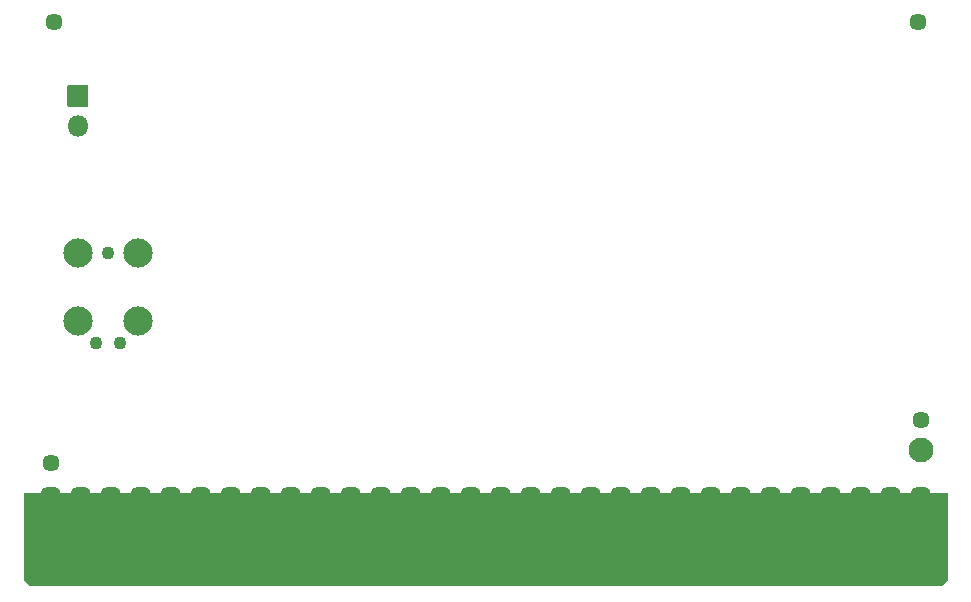
<source format=gbs>
G04 #@! TF.GenerationSoftware,KiCad,Pcbnew,(5.1.10-1-10_14)*
G04 #@! TF.CreationDate,2021-06-01T03:32:12-04:00*
G04 #@! TF.ProjectId,RAM2E,52414d32-452e-46b6-9963-61645f706362,2.0*
G04 #@! TF.SameCoordinates,Original*
G04 #@! TF.FileFunction,Soldermask,Bot*
G04 #@! TF.FilePolarity,Negative*
%FSLAX46Y46*%
G04 Gerber Fmt 4.6, Leading zero omitted, Abs format (unit mm)*
G04 Created by KiCad (PCBNEW (5.1.10-1-10_14)) date 2021-06-01 03:32:12*
%MOMM*%
%LPD*%
G01*
G04 APERTURE LIST*
%ADD10C,0.100000*%
%ADD11O,1.800000X1.800000*%
%ADD12C,1.090600*%
%ADD13C,2.474900*%
%ADD14C,2.100000*%
%ADD15C,1.448000*%
G04 APERTURE END LIST*
D10*
G36*
X276606000Y-139446000D02*
G01*
X276098000Y-139954000D01*
X198882000Y-139954000D01*
X198374000Y-139446000D01*
X198374000Y-132080000D01*
X276606000Y-132080000D01*
X276606000Y-139446000D01*
G37*
G36*
X276606000Y-139446000D02*
G01*
X276098000Y-139954000D01*
X198882000Y-139954000D01*
X198374000Y-139446000D01*
X198374000Y-132080000D01*
X276606000Y-132080000D01*
X276606000Y-139446000D01*
G37*
D11*
X202946000Y-100965000D03*
G36*
G01*
X202046000Y-99275000D02*
X202046000Y-97575000D01*
G75*
G02*
X202096000Y-97525000I50000J0D01*
G01*
X203796000Y-97525000D01*
G75*
G02*
X203846000Y-97575000I0J-50000D01*
G01*
X203846000Y-99275000D01*
G75*
G02*
X203796000Y-99325000I-50000J0D01*
G01*
X202096000Y-99325000D01*
G75*
G02*
X202046000Y-99275000I0J50000D01*
G01*
G37*
D12*
X206502000Y-119380000D03*
X204470000Y-119380000D03*
X205486000Y-111760000D03*
D13*
X208026000Y-111760000D03*
X202946000Y-111760000D03*
X202946000Y-117475000D03*
X208026000Y-117475000D03*
D14*
X274320000Y-128397000D03*
G36*
G01*
X201472000Y-131968000D02*
X201472000Y-138596000D01*
G75*
G02*
X201066000Y-139002000I-406000J0D01*
G01*
X200254000Y-139002000D01*
G75*
G02*
X199848000Y-138596000I0J406000D01*
G01*
X199848000Y-131968000D01*
G75*
G02*
X200254000Y-131562000I406000J0D01*
G01*
X201066000Y-131562000D01*
G75*
G02*
X201472000Y-131968000I0J-406000D01*
G01*
G37*
G36*
G01*
X204012000Y-131968000D02*
X204012000Y-138596000D01*
G75*
G02*
X203606000Y-139002000I-406000J0D01*
G01*
X202794000Y-139002000D01*
G75*
G02*
X202388000Y-138596000I0J406000D01*
G01*
X202388000Y-131968000D01*
G75*
G02*
X202794000Y-131562000I406000J0D01*
G01*
X203606000Y-131562000D01*
G75*
G02*
X204012000Y-131968000I0J-406000D01*
G01*
G37*
G36*
G01*
X206552000Y-131968000D02*
X206552000Y-138596000D01*
G75*
G02*
X206146000Y-139002000I-406000J0D01*
G01*
X205334000Y-139002000D01*
G75*
G02*
X204928000Y-138596000I0J406000D01*
G01*
X204928000Y-131968000D01*
G75*
G02*
X205334000Y-131562000I406000J0D01*
G01*
X206146000Y-131562000D01*
G75*
G02*
X206552000Y-131968000I0J-406000D01*
G01*
G37*
G36*
G01*
X209092000Y-131968000D02*
X209092000Y-138596000D01*
G75*
G02*
X208686000Y-139002000I-406000J0D01*
G01*
X207874000Y-139002000D01*
G75*
G02*
X207468000Y-138596000I0J406000D01*
G01*
X207468000Y-131968000D01*
G75*
G02*
X207874000Y-131562000I406000J0D01*
G01*
X208686000Y-131562000D01*
G75*
G02*
X209092000Y-131968000I0J-406000D01*
G01*
G37*
G36*
G01*
X211632000Y-131968000D02*
X211632000Y-138596000D01*
G75*
G02*
X211226000Y-139002000I-406000J0D01*
G01*
X210414000Y-139002000D01*
G75*
G02*
X210008000Y-138596000I0J406000D01*
G01*
X210008000Y-131968000D01*
G75*
G02*
X210414000Y-131562000I406000J0D01*
G01*
X211226000Y-131562000D01*
G75*
G02*
X211632000Y-131968000I0J-406000D01*
G01*
G37*
G36*
G01*
X214172000Y-131968000D02*
X214172000Y-138596000D01*
G75*
G02*
X213766000Y-139002000I-406000J0D01*
G01*
X212954000Y-139002000D01*
G75*
G02*
X212548000Y-138596000I0J406000D01*
G01*
X212548000Y-131968000D01*
G75*
G02*
X212954000Y-131562000I406000J0D01*
G01*
X213766000Y-131562000D01*
G75*
G02*
X214172000Y-131968000I0J-406000D01*
G01*
G37*
G36*
G01*
X216712000Y-131968000D02*
X216712000Y-138596000D01*
G75*
G02*
X216306000Y-139002000I-406000J0D01*
G01*
X215494000Y-139002000D01*
G75*
G02*
X215088000Y-138596000I0J406000D01*
G01*
X215088000Y-131968000D01*
G75*
G02*
X215494000Y-131562000I406000J0D01*
G01*
X216306000Y-131562000D01*
G75*
G02*
X216712000Y-131968000I0J-406000D01*
G01*
G37*
G36*
G01*
X219252000Y-131968000D02*
X219252000Y-138596000D01*
G75*
G02*
X218846000Y-139002000I-406000J0D01*
G01*
X218034000Y-139002000D01*
G75*
G02*
X217628000Y-138596000I0J406000D01*
G01*
X217628000Y-131968000D01*
G75*
G02*
X218034000Y-131562000I406000J0D01*
G01*
X218846000Y-131562000D01*
G75*
G02*
X219252000Y-131968000I0J-406000D01*
G01*
G37*
G36*
G01*
X221792000Y-131968000D02*
X221792000Y-138596000D01*
G75*
G02*
X221386000Y-139002000I-406000J0D01*
G01*
X220574000Y-139002000D01*
G75*
G02*
X220168000Y-138596000I0J406000D01*
G01*
X220168000Y-131968000D01*
G75*
G02*
X220574000Y-131562000I406000J0D01*
G01*
X221386000Y-131562000D01*
G75*
G02*
X221792000Y-131968000I0J-406000D01*
G01*
G37*
G36*
G01*
X224332000Y-131968000D02*
X224332000Y-138596000D01*
G75*
G02*
X223926000Y-139002000I-406000J0D01*
G01*
X223114000Y-139002000D01*
G75*
G02*
X222708000Y-138596000I0J406000D01*
G01*
X222708000Y-131968000D01*
G75*
G02*
X223114000Y-131562000I406000J0D01*
G01*
X223926000Y-131562000D01*
G75*
G02*
X224332000Y-131968000I0J-406000D01*
G01*
G37*
G36*
G01*
X226872000Y-131968000D02*
X226872000Y-138596000D01*
G75*
G02*
X226466000Y-139002000I-406000J0D01*
G01*
X225654000Y-139002000D01*
G75*
G02*
X225248000Y-138596000I0J406000D01*
G01*
X225248000Y-131968000D01*
G75*
G02*
X225654000Y-131562000I406000J0D01*
G01*
X226466000Y-131562000D01*
G75*
G02*
X226872000Y-131968000I0J-406000D01*
G01*
G37*
G36*
G01*
X229412000Y-131968000D02*
X229412000Y-138596000D01*
G75*
G02*
X229006000Y-139002000I-406000J0D01*
G01*
X228194000Y-139002000D01*
G75*
G02*
X227788000Y-138596000I0J406000D01*
G01*
X227788000Y-131968000D01*
G75*
G02*
X228194000Y-131562000I406000J0D01*
G01*
X229006000Y-131562000D01*
G75*
G02*
X229412000Y-131968000I0J-406000D01*
G01*
G37*
G36*
G01*
X231952000Y-131968000D02*
X231952000Y-138596000D01*
G75*
G02*
X231546000Y-139002000I-406000J0D01*
G01*
X230734000Y-139002000D01*
G75*
G02*
X230328000Y-138596000I0J406000D01*
G01*
X230328000Y-131968000D01*
G75*
G02*
X230734000Y-131562000I406000J0D01*
G01*
X231546000Y-131562000D01*
G75*
G02*
X231952000Y-131968000I0J-406000D01*
G01*
G37*
G36*
G01*
X234492000Y-131968000D02*
X234492000Y-138596000D01*
G75*
G02*
X234086000Y-139002000I-406000J0D01*
G01*
X233274000Y-139002000D01*
G75*
G02*
X232868000Y-138596000I0J406000D01*
G01*
X232868000Y-131968000D01*
G75*
G02*
X233274000Y-131562000I406000J0D01*
G01*
X234086000Y-131562000D01*
G75*
G02*
X234492000Y-131968000I0J-406000D01*
G01*
G37*
G36*
G01*
X237032000Y-131968000D02*
X237032000Y-138596000D01*
G75*
G02*
X236626000Y-139002000I-406000J0D01*
G01*
X235814000Y-139002000D01*
G75*
G02*
X235408000Y-138596000I0J406000D01*
G01*
X235408000Y-131968000D01*
G75*
G02*
X235814000Y-131562000I406000J0D01*
G01*
X236626000Y-131562000D01*
G75*
G02*
X237032000Y-131968000I0J-406000D01*
G01*
G37*
G36*
G01*
X239572000Y-131968000D02*
X239572000Y-138596000D01*
G75*
G02*
X239166000Y-139002000I-406000J0D01*
G01*
X238354000Y-139002000D01*
G75*
G02*
X237948000Y-138596000I0J406000D01*
G01*
X237948000Y-131968000D01*
G75*
G02*
X238354000Y-131562000I406000J0D01*
G01*
X239166000Y-131562000D01*
G75*
G02*
X239572000Y-131968000I0J-406000D01*
G01*
G37*
G36*
G01*
X242112000Y-131968000D02*
X242112000Y-138596000D01*
G75*
G02*
X241706000Y-139002000I-406000J0D01*
G01*
X240894000Y-139002000D01*
G75*
G02*
X240488000Y-138596000I0J406000D01*
G01*
X240488000Y-131968000D01*
G75*
G02*
X240894000Y-131562000I406000J0D01*
G01*
X241706000Y-131562000D01*
G75*
G02*
X242112000Y-131968000I0J-406000D01*
G01*
G37*
G36*
G01*
X244652000Y-131968000D02*
X244652000Y-138596000D01*
G75*
G02*
X244246000Y-139002000I-406000J0D01*
G01*
X243434000Y-139002000D01*
G75*
G02*
X243028000Y-138596000I0J406000D01*
G01*
X243028000Y-131968000D01*
G75*
G02*
X243434000Y-131562000I406000J0D01*
G01*
X244246000Y-131562000D01*
G75*
G02*
X244652000Y-131968000I0J-406000D01*
G01*
G37*
G36*
G01*
X247192000Y-131968000D02*
X247192000Y-138596000D01*
G75*
G02*
X246786000Y-139002000I-406000J0D01*
G01*
X245974000Y-139002000D01*
G75*
G02*
X245568000Y-138596000I0J406000D01*
G01*
X245568000Y-131968000D01*
G75*
G02*
X245974000Y-131562000I406000J0D01*
G01*
X246786000Y-131562000D01*
G75*
G02*
X247192000Y-131968000I0J-406000D01*
G01*
G37*
G36*
G01*
X249732000Y-131968000D02*
X249732000Y-138596000D01*
G75*
G02*
X249326000Y-139002000I-406000J0D01*
G01*
X248514000Y-139002000D01*
G75*
G02*
X248108000Y-138596000I0J406000D01*
G01*
X248108000Y-131968000D01*
G75*
G02*
X248514000Y-131562000I406000J0D01*
G01*
X249326000Y-131562000D01*
G75*
G02*
X249732000Y-131968000I0J-406000D01*
G01*
G37*
G36*
G01*
X252272000Y-131968000D02*
X252272000Y-138596000D01*
G75*
G02*
X251866000Y-139002000I-406000J0D01*
G01*
X251054000Y-139002000D01*
G75*
G02*
X250648000Y-138596000I0J406000D01*
G01*
X250648000Y-131968000D01*
G75*
G02*
X251054000Y-131562000I406000J0D01*
G01*
X251866000Y-131562000D01*
G75*
G02*
X252272000Y-131968000I0J-406000D01*
G01*
G37*
G36*
G01*
X254812000Y-131968000D02*
X254812000Y-138596000D01*
G75*
G02*
X254406000Y-139002000I-406000J0D01*
G01*
X253594000Y-139002000D01*
G75*
G02*
X253188000Y-138596000I0J406000D01*
G01*
X253188000Y-131968000D01*
G75*
G02*
X253594000Y-131562000I406000J0D01*
G01*
X254406000Y-131562000D01*
G75*
G02*
X254812000Y-131968000I0J-406000D01*
G01*
G37*
G36*
G01*
X257352000Y-131968000D02*
X257352000Y-138596000D01*
G75*
G02*
X256946000Y-139002000I-406000J0D01*
G01*
X256134000Y-139002000D01*
G75*
G02*
X255728000Y-138596000I0J406000D01*
G01*
X255728000Y-131968000D01*
G75*
G02*
X256134000Y-131562000I406000J0D01*
G01*
X256946000Y-131562000D01*
G75*
G02*
X257352000Y-131968000I0J-406000D01*
G01*
G37*
G36*
G01*
X259892000Y-131968000D02*
X259892000Y-138596000D01*
G75*
G02*
X259486000Y-139002000I-406000J0D01*
G01*
X258674000Y-139002000D01*
G75*
G02*
X258268000Y-138596000I0J406000D01*
G01*
X258268000Y-131968000D01*
G75*
G02*
X258674000Y-131562000I406000J0D01*
G01*
X259486000Y-131562000D01*
G75*
G02*
X259892000Y-131968000I0J-406000D01*
G01*
G37*
G36*
G01*
X262432000Y-131968000D02*
X262432000Y-138596000D01*
G75*
G02*
X262026000Y-139002000I-406000J0D01*
G01*
X261214000Y-139002000D01*
G75*
G02*
X260808000Y-138596000I0J406000D01*
G01*
X260808000Y-131968000D01*
G75*
G02*
X261214000Y-131562000I406000J0D01*
G01*
X262026000Y-131562000D01*
G75*
G02*
X262432000Y-131968000I0J-406000D01*
G01*
G37*
G36*
G01*
X264972000Y-131968000D02*
X264972000Y-138596000D01*
G75*
G02*
X264566000Y-139002000I-406000J0D01*
G01*
X263754000Y-139002000D01*
G75*
G02*
X263348000Y-138596000I0J406000D01*
G01*
X263348000Y-131968000D01*
G75*
G02*
X263754000Y-131562000I406000J0D01*
G01*
X264566000Y-131562000D01*
G75*
G02*
X264972000Y-131968000I0J-406000D01*
G01*
G37*
G36*
G01*
X267512000Y-131968000D02*
X267512000Y-138596000D01*
G75*
G02*
X267106000Y-139002000I-406000J0D01*
G01*
X266294000Y-139002000D01*
G75*
G02*
X265888000Y-138596000I0J406000D01*
G01*
X265888000Y-131968000D01*
G75*
G02*
X266294000Y-131562000I406000J0D01*
G01*
X267106000Y-131562000D01*
G75*
G02*
X267512000Y-131968000I0J-406000D01*
G01*
G37*
G36*
G01*
X270052000Y-131968000D02*
X270052000Y-138596000D01*
G75*
G02*
X269646000Y-139002000I-406000J0D01*
G01*
X268834000Y-139002000D01*
G75*
G02*
X268428000Y-138596000I0J406000D01*
G01*
X268428000Y-131968000D01*
G75*
G02*
X268834000Y-131562000I406000J0D01*
G01*
X269646000Y-131562000D01*
G75*
G02*
X270052000Y-131968000I0J-406000D01*
G01*
G37*
G36*
G01*
X272592000Y-131968000D02*
X272592000Y-138596000D01*
G75*
G02*
X272186000Y-139002000I-406000J0D01*
G01*
X271374000Y-139002000D01*
G75*
G02*
X270968000Y-138596000I0J406000D01*
G01*
X270968000Y-131968000D01*
G75*
G02*
X271374000Y-131562000I406000J0D01*
G01*
X272186000Y-131562000D01*
G75*
G02*
X272592000Y-131968000I0J-406000D01*
G01*
G37*
G36*
G01*
X275132000Y-131968000D02*
X275132000Y-138596000D01*
G75*
G02*
X274726000Y-139002000I-406000J0D01*
G01*
X273914000Y-139002000D01*
G75*
G02*
X273508000Y-138596000I0J406000D01*
G01*
X273508000Y-131968000D01*
G75*
G02*
X273914000Y-131562000I406000J0D01*
G01*
X274726000Y-131562000D01*
G75*
G02*
X275132000Y-131968000I0J-406000D01*
G01*
G37*
D15*
X200660000Y-129540000D03*
X200914000Y-92202000D03*
X274066000Y-92202000D03*
X274320000Y-125857000D03*
M02*

</source>
